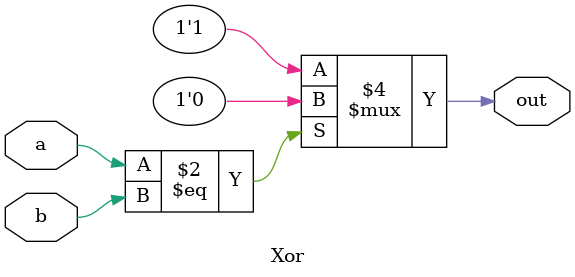
<source format=v>
module Xor(out,a,b);

output out;
input a,b;
reg out;
always @(a or b)
begin
	if(a==b)
		out = 0;
	else 	
		out =1;
	end
endmodule	
</source>
